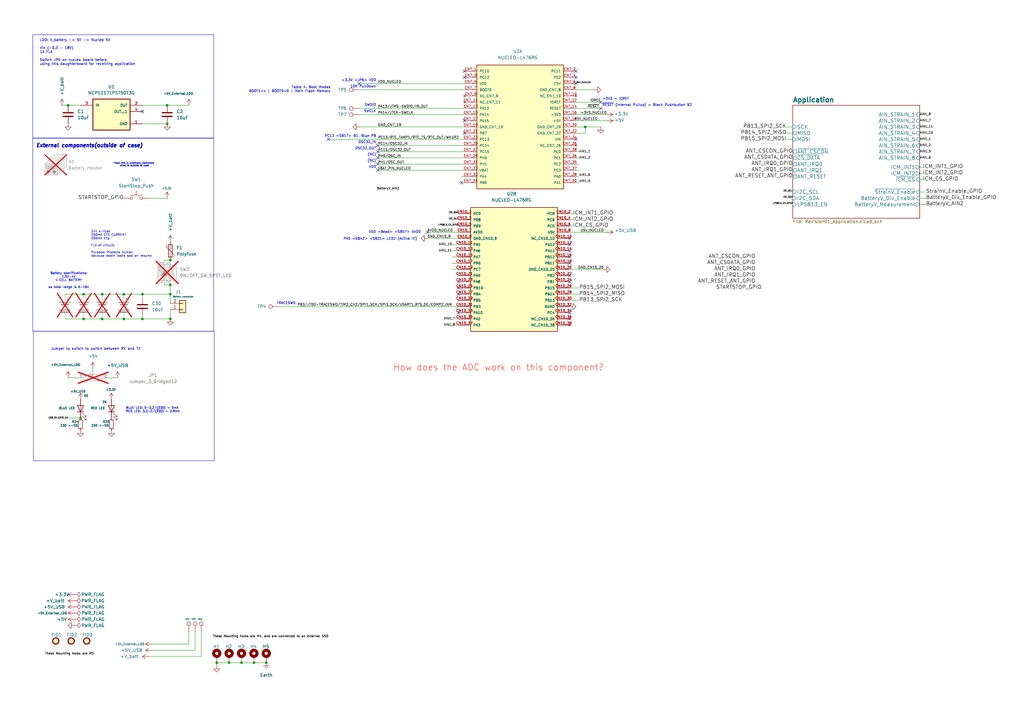
<source format=kicad_sch>
(kicad_sch (version 20250114) (generator "eeschema") (generator_version "9.0")
  (paper "A3")
  (title_block (title "TELEMETRY SYSTEM") (date "2025-03-08") (rev "A") (company "BCIT BAJA"))
  (lib_symbols
    (symbol "+5V_1" (power) (pin_numbers (hide yes)) (pin_names (offset 0) (hide yes))
      (property "Value" "+5V_USB" (at 0 5.08 0))
      (symbol "+5V_1_1_1"
        (pin power_in line (at 0 0 90) (length 0) (name "~") (number "1"))
      )
    )
    (symbol "+5V_3" (power) (pin_numbers (hide yes)) (pin_names (offset 0) (hide yes))
      (property "Value" "+5V_USB" (at 0.0001 3.81 90))
      (symbol "+5V_3_1_1"
        (pin power_in line (at 0 0 90) (length 0) (name "~") (number "1"))
      )
    )
    (symbol "+5V_4" (power) (pin_numbers (hide yes)) (pin_names (offset 0) (hide yes))
      (property "Value" "+5V_External_LDO" (at -4.318 4.826 0))
      (symbol "+5V_4_1_1"
        (pin power_in line (at 0 0 90) (length 0) (name "~") (number "1"))
      )
    )
    (symbol "+5V_5" (power) (pin_numbers (hide yes)) (pin_names (offset 0) (hide yes))
      (property "Value" "+5V_USB" (at 0 5.08 0))
      (symbol "+5V_5_1_1"
        (pin power_in line (at 0 0 90) (length 0) (name "~") (number "1"))
      )
    )
    (symbol "Connector:TestPoint" (pin_numbers (hide yes)) (pin_names (offset 0.762) (hide yes))
      (property "Reference" "TP" (at 0 6.858 0))
      (property "Value" "TestPoint" (at 0 5.08 0))
      (symbol "TestPoint_1_1"
        (pin passive line (at 0 0 90) (length 2.54) (name "1") (number "1"))
      )
    )
    (symbol "Connector_Generic:Conn_01x02" (pin_names (offset 1.016) (hide yes))
      (property "Reference" "J" (at 0 2.54 0))
      (property "Value" "Conn_01x02" (at 0 -5.08 0))
      (symbol "Conn_01x02_1_1"
        (pin passive line (at -5.08 0 0) (length 3.81) (name "Pin_1") (number "1"))
        (pin passive line (at -5.08 -2.54 0) (length 3.81) (name "Pin_2") (number "2"))
      )
    )
    (symbol "Device:Battery" (pin_numbers (hide yes)) (pin_names (offset 0) (hide yes))
      (property "Reference" "BT" (at 2.54 2.54 0))
      (property "Value" "Battery" (at 2.54 0 0))
      (symbol "Battery_1_1"
        (pin passive line (at 0 5.08 270) (length 2.54) (name "+") (number "1"))
        (pin passive line (at 0 -5.08 90) (length 2.54) (name "-") (number "2"))
      )
    )
    (symbol "Device:C" (pin_numbers (hide yes)) (pin_names (offset 0.254))
      (property "Reference" "C" (at 0.635 2.54 0))
      (property "Value" "C" (at 0.635 -2.54 0))
      (symbol "C_1_1"
        (pin passive line (at 0 3.81 270) (length 2.794) (name "~") (number "1"))
        (pin passive line (at 0 -3.81 90) (length 2.794) (name "~") (number "2"))
      )
    )
    (symbol "Device:LED" (pin_numbers (hide yes)) (pin_names (offset 1.016) (hide yes))
      (property "Reference" "D" (at 0 2.54 0))
      (property "Value" "LED" (at 0 -2.54 0))
      (symbol "LED_1_1"
        (pin passive line (at -3.81 0 0) (length 2.54) (name "K") (number "1"))
        (pin passive line (at 3.81 0 180) (length 2.54) (name "A") (number "2"))
      )
    )
    (symbol "Device:Polyfuse" (pin_numbers (hide yes)) (pin_names (offset 0))
      (property "Reference" "F" (at -2.54 0 90))
      (property "Value" "Polyfuse" (at 2.54 0 90))
      (symbol "Polyfuse_1_1"
        (pin passive line (at 0 3.81 270) (length 1.27) (name "~") (number "1"))
        (pin passive line (at 0 -3.81 90) (length 1.27) (name "~") (number "2"))
      )
    )
    (symbol "Device:R_Small" (pin_numbers (hide yes)) (pin_names (offset 0.254) (hide yes))
      (property "Reference" "R" (at 0.762 0.508 0))
      (property "Value" "R_Small" (at 0.762 -1.016 0))
      (symbol "R_Small_1_1"
        (pin passive line (at 0 2.54 270) (length 0.762) (name "~") (number "1"))
        (pin passive line (at 0 -2.54 90) (length 0.762) (name "~") (number "2"))
      )
    )
    (symbol "Jumper:Jumper_3_Bridged12" (pin_names (offset 0) (hide yes)) (exclude_from_sim yes) (in_bom no)
      (property "Reference" "JP2" (at 0 3.81 0))
      (property "Value" "Jumper_3_Bridged12" (at 0 6.35 0))
      (symbol "Jumper_3_Bridged12_1_1"
        (pin passive line (at -6.35 0 0) (length 2.54) (name "A") (number "1"))
        (pin passive line (at 0 2.54 270) (length 2.54) (name "C") (number "2"))
        (pin passive line (at 6.35 0 180) (length 2.54) (name "B") (number "3"))
      )
    )
    (symbol "Mechanical:Fiducial" (exclude_from_sim yes) (in_bom no)
      (property "Reference" "FID" (at 0 5.08 0))
      (property "Value" "Fiducial" (at 0 3.175 0))
    )
    (symbol "Mechanical:Housing" (pin_names (offset 1.016)) (exclude_from_sim yes)
      (property "Reference" "N" (at 3.81 0 0))
      (property "Value" "Housing" (at 3.81 -1.905 0))
    )
    (symbol "Mechanical:MountingHole_Pad_MP" (pin_numbers (hide yes)) (pin_names (offset 1.016) (hide yes)) (exclude_from_sim yes) (in_bom no)
      (property "Reference" "H" (at 0 6.35 0))
      (property "Value" "MountingHole_Pad_MP" (at 0 4.445 0))
      (symbol "MountingHole_Pad_MP_1_1"
        (pin input line (at 0 -2.54 90) (length 2.54) (name "MP") (number "MP"))
      )
    )
    (symbol "NCP1117LPST50T3G:NCP1117LPST50T3G" (pin_names (offset 1.016))
      (property "Reference" "U" (at -7.6288 5.8487 0))
      (property "Value" "NCP1117LPST50T3G" (at -7.6253 -10.1653 0))
      (symbol "NCP1117LPST50T3G_0_0"
        (pin input line (at -12.7 2.54 0) (length 5.08) (name "IN") (number "3"))
        (pin output line (at 12.7 0 180) (length 5.08) (name "OUT__1") (number "4"))
        (pin power_in line (at 12.7 -5.08 180) (length 5.08) (name "GND") (number "1"))
      )
      (symbol "NCP1117LPST50T3G_1_0"
        (pin input line (at 12.7 2.54 180) (length 5.08) (name "OUT") (number "2"))
      )
    )
    (symbol "NUCLEO-L476RG:NUCLEO-L476RG" (pin_names (offset 1.016))
      (property "Reference" "U3" (at -1.016 30.988 0))
      (property "Value" "NUCLEO-L476RG" (at -1.016 28.448 0))
      (symbol "NUCLEO-L476RG_1_0"
        (pin bidirectional line (at -22.86 22.86 0) (length 5.08) (name "PC10") (number "CN7_1"))
        (pin bidirectional line (at -22.86 20.32 0) (length 5.08) (name "PC12") (number "CN7_3"))
        (pin power_in line (at -22.86 17.78 0) (length 5.08) (name "VDD") (number "CN7_5"))
        (pin input line (at -22.86 15.24 0) (length 5.08) (name "BOOT0") (number "CN7_7"))
        (pin no_connect line (at -22.86 12.7 0) (length 5.08) (name "NC_CN7_9") (number "CN7_9"))
        (pin no_connect line (at -22.86 10.16 0) (length 5.08) (name "NC_CN7_11") (number "CN7_11"))
        (pin bidirectional line (at -22.86 7.62 0) (length 5.08) (name "PA13") (number "CN7_13"))
        (pin bidirectional line (at -22.86 5.08 0) (length 5.08) (name "PA14") (number "CN7_15"))
        (pin bidirectional line (at -22.86 2.54 0) (length 5.08) (name "PA15") (number "CN7_17"))
        (pin power_in line (at -22.86 0 0) (length 5.08) (name "GND_CN7_19") (number "CN7_19"))
        (pin bidirectional line (at -22.86 -2.54 0) (length 5.08) (name "PB7") (number "CN7_21"))
        (pin bidirectional line (at -22.86 -5.08 0) (length 5.08) (name "PC13") (number "CN7_23"))
        (pin bidirectional line (at -22.86 -7.62 0) (length 5.08) (name "PC14") (number "CN7_25"))
        (pin bidirectional line (at -22.86 -10.16 0) (length 5.08) (name "PC15") (number "CN7_27"))
        (pin bidirectional line (at -22.86 -12.7 0) (length 5.08) (name "PH0") (number "CN7_29"))
        (pin bidirectional line (at -22.86 -15.24 0) (length 5.08) (name "PH1") (number "CN7_31"))
        (pin power_in line (at -22.86 -17.78 0) (length 5.08) (name "VBAT") (number "CN7_33"))
        (pin bidirectional line (at -22.86 -20.32 0) (length 5.08) (name "PA4") (number "CN7_32"))
        (pin bidirectional line (at -22.86 -22.86 0) (length 5.08) (name "PB0") (number "CN7_34"))
        (pin bidirectional line (at 22.86 22.86 180) (length 5.08) (name "PC11") (number "CN7_2"))
        (pin bidirectional line (at 22.86 20.32 180) (length 5.08) (name "PD2") (number "CN7_4"))
        (pin power_in line (at 22.86 17.78 180) (length 5.08) (name "E5V") (number "CN7_6"))
        (pin power_in line (at 22.86 15.24 180) (length 5.08) (name "GND_CN7_8") (number "CN7_8"))
        (pin no_connect line (at 22.86 12.7 180) (length 5.08) (name "NC_CN7_10") (number "CN7_10"))
        (pin input line (at 22.86 10.16 180) (length 5.08) (name "IOREF") (number "CN7_12"))
        (pin input line (at 22.86 7.62 180) (length 5.08) (name "RESET") (number "CN7_14"))
        (pin power_in line (at 22.86 5.08 180) (length 5.08) (name "+3V3") (number "CN7_16"))
        (pin power_in line (at 22.86 2.54 180) (length 5.08) (name "+5V") (number "CN7_18"))
        (pin power_in line (at 22.86 0 180) (length 5.08) (name "GND_CN7_20") (number "CN7_20"))
        (pin power_in line (at 22.86 -2.54 180) (length 5.08) (name "GND_CN7_22") (number "CN7_22"))
        (pin power_in line (at 22.86 -5.08 180) (length 5.08) (name "VIN") (number "CN7_24"))
        (pin no_connect line (at 22.86 -7.62 180) (length 5.08) (name "NC_CN7_26") (number "CN7_26"))
        (pin bidirectional line (at 22.86 -10.16 180) (length 5.08) (name "PC0") (number "CN7_38"))
        (pin bidirectional line (at 22.86 -12.7 180) (length 5.08) (name "PC1") (number "CN7_36"))
        (pin bidirectional line (at 22.86 -15.24 180) (length 5.08) (name "PC2") (number "CN7_35"))
        (pin bidirectional line (at 22.86 -17.78 180) (length 5.08) (name "PC3") (number "CN7_37"))
        (pin bidirectional line (at 22.86 -20.32 180) (length 5.08) (name "PA0") (number "CN7_28"))
        (pin bidirectional line (at 22.86 -22.86 180) (length 5.08) (name "PA1") (number "CN7_30"))
      )
      (symbol "NUCLEO-L476RG_2_0"
        (pin bidirectional line (at -22.86 22.86 0) (length 5.08) (name "PC9") (number "CN10_1"))
        (pin bidirectional line (at -22.86 20.32 0) (length 5.08) (name "PB8") (number "CN10_3"))
        (pin bidirectional line (at -22.86 17.78 0) (length 5.08) (name "PB9") (number "CN10_5"))
        (pin power_in line (at -22.86 15.24 0) (length 5.08) (name "AVDD") (number "CN10_7"))
        (pin power_in line (at -22.86 12.7 0) (length 5.08) (name "GND_CN10_9") (number "CN10_9"))
        (pin bidirectional line (at -22.86 10.16 0) (length 5.08) (name "PA5") (number "CN10_11"))
        (pin bidirectional line (at -22.86 7.62 0) (length 5.08) (name "PA6") (number "CN10_13"))
        (pin bidirectional line (at -22.86 5.08 0) (length 5.08) (name "PA7") (number "CN10_15"))
        (pin bidirectional line (at -22.86 2.54 0) (length 5.08) (name "PB6") (number "CN10_17"))
        (pin bidirectional line (at -22.86 0 0) (length 5.08) (name "PC7") (number "CN10_19"))
        (pin bidirectional line (at -22.86 -2.54 0) (length 5.08) (name "PA9") (number "CN10_21"))
        (pin bidirectional line (at -22.86 -5.08 0) (length 5.08) (name "PA8") (number "CN10_23"))
        (pin bidirectional line (at -22.86 -7.62 0) (length 5.08) (name "PB10") (number "CN10_25"))
        (pin bidirectional line (at -22.86 -10.16 0) (length 5.08) (name "PB4") (number "CN10_27"))
        (pin bidirectional line (at -22.86 -12.7 0) (length 5.08) (name "PB5") (number "CN10_29"))
        (pin bidirectional line (at -22.86 -15.24 0) (length 5.08) (name "PB3") (number "CN10_31"))
        (pin bidirectional line (at -22.86 -17.78 0) (length 5.08) (name "PA10") (number "CN10_33"))
        (pin bidirectional line (at -22.86 -20.32 0) (length 5.08) (name "PA2") (number "CN10_35"))
        (pin bidirectional line (at -22.86 -22.86 0) (length 5.08) (name "PA3") (number "CN10_37"))
        (pin bidirectional line (at 22.86 22.86 180) (length 5.08) (name "PC8") (number "CN10_2"))
        (pin bidirectional line (at 22.86 20.32 180) (length 5.08) (name "PC6") (number "CN10_4"))
        (pin bidirectional line (at 22.86 17.78 180) (length 5.08) (name "PC5") (number "CN10_6"))
        (pin power_in line (at 22.86 15.24 180) (length 5.08) (name "U5V") (number "CN10_8"))
        (pin no_connect line (at 22.86 12.7 180) (length 5.08) (name "NC_CN10_10") (number "CN10_10"))
        (pin bidirectional line (at 22.86 10.16 180) (length 5.08) (name "PA12") (number "CN10_12"))
        (pin bidirectional line (at 22.86 7.62 180) (length 5.08) (name "PA11") (number "CN10_14"))
        (pin bidirectional line (at 22.86 5.08 180) (length 5.08) (name "PB12") (number "CN10_16"))
        (pin bidirectional line (at 22.86 2.54 180) (length 5.08) (name "PB11") (number "CN10_18"))
        (pin power_in line (at 22.86 0 180) (length 5.08) (name "GND_CN10_20") (number "CN10_20"))
        (pin bidirectional line (at 22.86 -2.54 180) (length 5.08) (name "PB2") (number "CN10_22"))
        (pin bidirectional line (at 22.86 -5.08 180) (length 5.08) (name "PB1") (number "CN10_24"))
        (pin bidirectional line (at 22.86 -7.62 180) (length 5.08) (name "PB15") (number "CN10_26"))
        (pin bidirectional line (at 22.86 -10.16 180) (length 5.08) (name "PB14") (number "CN10_28"))
        (pin bidirectional line (at 22.86 -12.7 180) (length 5.08) (name "PB13") (number "CN10_30"))
        (pin power_in line (at 22.86 -15.24 180) (length 5.08) (name "AGND") (number "CN10_32"))
        (pin bidirectional line (at 22.86 -17.78 180) (length 5.08) (name "PC4") (number "CN10_34"))
        (pin no_connect line (at 22.86 -20.32 180) (length 5.08) (name "NC_CN10_36") (number "CN10_36"))
        (pin no_connect line (at 22.86 -22.86 180) (length 5.08) (name "NC_CN10_38") (number "CN10_38"))
      )
    )
    (symbol "NUCLEO-L476RG_1" (pin_names (offset 1.016))
      (property "Reference" "U3" (at -1.016 30.988 0))
      (property "Value" "NUCLEO-L476RG" (at -1.016 28.448 0))
      (symbol "NUCLEO-L476RG_1_1_0"
        (pin bidirectional line (at -22.86 22.86 0) (length 5.08) (name "PC10") (number "CN7_1"))
        (pin bidirectional line (at -22.86 20.32 0) (length 5.08) (name "PC12") (number "CN7_3"))
        (pin power_in line (at -22.86 17.78 0) (length 5.08) (name "VDD") (number "CN7_5"))
        (pin input line (at -22.86 15.24 0) (length 5.08) (name "BOOT0") (number "CN7_7"))
        (pin no_connect line (at -22.86 12.7 0) (length 5.08) (name "NC_CN7_9") (number "CN7_9"))
        (pin no_connect line (at -22.86 10.16 0) (length 5.08) (name "NC_CN7_11") (number "CN7_11"))
        (pin bidirectional line (at -22.86 7.62 0) (length 5.08) (name "PA13") (number "CN7_13"))
        (pin bidirectional line (at -22.86 5.08 0) (length 5.08) (name "PA14") (number "CN7_15"))
        (pin bidirectional line (at -22.86 2.54 0) (length 5.08) (name "PA15") (number "CN7_17"))
        (pin power_in line (at -22.86 0 0) (length 5.08) (name "GND_CN7_19") (number "CN7_19"))
        (pin bidirectional line (at -22.86 -2.54 0) (length 5.08) (name "PB7") (number "CN7_21"))
        (pin bidirectional line (at -22.86 -5.08 0) (length 5.08) (name "PC13") (number "CN7_23"))
        (pin bidirectional line (at -22.86 -7.62 0) (length 5.08) (name "PC14") (number "CN7_25"))
        (pin bidirectional line (at -22.86 -10.16 0) (length 5.08) (name "PC15") (number "CN7_27"))
        (pin bidirectional line (at -22.86 -12.7 0) (length 5.08) (name "PH0") (number "CN7_29"))
        (pin bidirectional line (at -22.86 -15.24 0) (length 5.08) (name "PH1") (number "CN7_31"))
        (pin power_in line (at -22.86 -17.78 0) (length 5.08) (name "VBAT") (number "CN7_33"))
        (pin bidirectional line (at -22.86 -20.32 0) (length 5.08) (name "PA4") (number "CN7_32"))
        (pin bidirectional line (at -22.86 -22.86 0) (length 5.08) (name "PB0") (number "CN7_34"))
        (pin bidirectional line (at 22.86 22.86 180) (length 5.08) (name "PC11") (number "CN7_2"))
        (pin bidirectional line (at 22.86 20.32 180) (length 5.08) (name "PD2") (number "CN7_4"))
        (pin power_in line (at 22.86 17.78 180) (length 5.08) (name "E5V") (number "CN7_6"))
        (pin power_in line (at 22.86 15.24 180) (length 5.08) (name "GND_CN7_8") (number "CN7_8"))
        (pin no_connect line (at 22.86 12.7 180) (length 5.08) (name "NC_CN7_10") (number "CN7_10"))
        (pin input line (at 22.86 10.16 180) (length 5.08) (name "IOREF") (number "CN7_12"))
        (pin input line (at 22.86 7.62 180) (length 5.08) (name "RESET") (number "CN7_14"))
        (pin power_in line (at 22.86 5.08 180) (length 5.08) (name "+3V3") (number "CN7_16"))
        (pin power_in line (at 22.86 2.54 180) (length 5.08) (name "+5V") (number "CN7_18"))
        (pin power_in line (at 22.86 0 180) (length 5.08) (name "GND_CN7_20") (number "CN7_20"))
        (pin power_in line (at 22.86 -2.54 180) (length 5.08) (name "GND_CN7_22") (number "CN7_22"))
        (pin power_in line (at 22.86 -5.08 180) (length 5.08) (name "VIN") (number "CN7_24"))
        (pin no_connect line (at 22.86 -7.62 180) (length 5.08) (name "NC_CN7_26") (number "CN7_26"))
        (pin bidirectional line (at 22.86 -10.16 180) (length 5.08) (name "PC0") (number "CN7_38"))
        (pin bidirectional line (at 22.86 -12.7 180) (length 5.08) (name "PC1") (number "CN7_36"))
        (pin bidirectional line (at 22.86 -15.24 180) (length 5.08) (name "PC2") (number "CN7_35"))
        (pin bidirectional line (at 22.86 -17.78 180) (length 5.08) (name "PC3") (number "CN7_37"))
        (pin bidirectional line (at 22.86 -20.32 180) (length 5.08) (name "PA0") (number "CN7_28"))
        (pin bidirectional line (at 22.86 -22.86 180) (length 5.08) (name "PA1") (number "CN7_30"))
      )
      (symbol "NUCLEO-L476RG_1_2_0"
        (pin bidirectional line (at -22.86 22.86 0) (length 5.08) (name "PC9") (number "CN10_1"))
        (pin bidirectional line (at -22.86 20.32 0) (length 5.08) (name "PB8") (number "CN10_3"))
        (pin bidirectional line (at -22.86 17.78 0) (length 5.08) (name "PB9") (number "CN10_5"))
        (pin power_in line (at -22.86 15.24 0) (length 5.08) (name "AVDD") (number "CN10_7"))
        (pin power_in line (at -22.86 12.7 0) (length 5.08) (name "GND_CN10_9") (number "CN10_9"))
        (pin bidirectional line (at -22.86 10.16 0) (length 5.08) (name "PA5") (number "CN10_11"))
        (pin bidirectional line (at -22.86 7.62 0) (length 5.08) (name "PA6") (number "CN10_13"))
        (pin bidirectional line (at -22.86 5.08 0) (length 5.08) (name "PA7") (number "CN10_15"))
        (pin bidirectional line (at -22.86 2.54 0) (length 5.08) (name "PB6") (number "CN10_17"))
        (pin bidirectional line (at -22.86 0 0) (length 5.08) (name "PC7") (number "CN10_19"))
        (pin bidirectional line (at -22.86 -2.54 0) (length 5.08) (name "PA9") (number "CN10_21"))
        (pin bidirectional line (at -22.86 -5.08 0) (length 5.08) (name "PA8") (number "CN10_23"))
        (pin bidirectional line (at -22.86 -7.62 0) (length 5.08) (name "PB10") (number "CN10_25"))
        (pin bidirectional line (at -22.86 -10.16 0) (length 5.08) (name "PB4") (number "CN10_27"))
        (pin bidirectional line (at -22.86 -12.7 0) (length 5.08) (name "PB5") (number "CN10_29"))
        (pin bidirectional line (at -22.86 -15.24 0) (length 5.08) (name "PB3") (number "CN10_31"))
        (pin bidirectional line (at -22.86 -17.78 0) (length 5.08) (name "PA10") (number "CN10_33"))
        (pin bidirectional line (at -22.86 -20.32 0) (length 5.08) (name "PA2") (number "CN10_35"))
        (pin bidirectional line (at -22.86 -22.86 0) (length 5.08) (name "PA3") (number "CN10_37"))
        (pin bidirectional line (at 22.86 22.86 180) (length 5.08) (name "PC8") (number "CN10_2"))
        (pin bidirectional line (at 22.86 20.32 180) (length 5.08) (name "PC6") (number "CN10_4"))
        (pin bidirectional line (at 22.86 17.78 180) (length 5.08) (name "PC5") (number "CN10_6"))
        (pin power_in line (at 22.86 15.24 180) (length 5.08) (name "U5V") (number "CN10_8"))
        (pin no_connect line (at 22.86 12.7 180) (length 5.08) (name "NC_CN10_10") (number "CN10_10"))
        (pin bidirectional line (at 22.86 10.16 180) (length 5.08) (name "PA12") (number "CN10_12"))
        (pin bidirectional line (at 22.86 7.62 180) (length 5.08) (name "PA11") (number "CN10_14"))
        (pin bidirectional line (at 22.86 5.08 180) (length 5.08) (name "PB12") (number "CN10_16"))
        (pin bidirectional line (at 22.86 2.54 180) (length 5.08) (name "PB11") (number "CN10_18"))
        (pin power_in line (at 22.86 0 180) (length 5.08) (name "GND_CN10_20") (number "CN10_20"))
        (pin bidirectional line (at 22.86 -2.54 180) (length 5.08) (name "PB2") (number "CN10_22"))
        (pin bidirectional line (at 22.86 -5.08 180) (length 5.08) (name "PB1") (number "CN10_24"))
        (pin bidirectional line (at 22.86 -7.62 180) (length 5.08) (name "PB15") (number "CN10_26"))
        (pin bidirectional line (at 22.86 -10.16 180) (length 5.08) (name "PB14") (number "CN10_28"))
        (pin bidirectional line (at 22.86 -12.7 180) (length 5.08) (name "PB13") (number "CN10_30"))
        (pin power_in line (at 22.86 -15.24 180) (length 5.08) (name "AGND") (number "CN10_32"))
        (pin bidirectional line (at 22.86 -17.78 180) (length 5.08) (name "PC4") (number "CN10_34"))
        (pin no_connect line (at 22.86 -20.32 180) (length 5.08) (name "NC_CN10_36") (number "CN10_36"))
        (pin no_connect line (at 22.86 -22.86 180) (length 5.08) (name "NC_CN10_38") (number "CN10_38"))
      )
    )
    (symbol "Switch:SW_Push" (pin_numbers (hide yes)) (pin_names (offset 1.016) (hide yes))
      (property "Reference" "SW" (at 1.27 2.54 0))
      (property "Value" "SW_Push" (at 0 -1.524 0))
      (symbol "SW_Push_0_1"
        (pin passive line (at -5.08 0 0) (length 2.54) (name "1") (number "1"))
        (pin passive line (at 5.08 0 180) (length 2.54) (name "2") (number "2"))
      )
    )
    (symbol "Switch:SW_SPST_LED" (pin_names (offset 1.016) (hide yes))
      (property "Reference" "SW" (at 0 6.35 0))
      (property "Value" "SW_SPST_LED" (at 0 -3.81 0))
      (symbol "SW_SPST_LED_0_1"
        (pin passive line (at -5.08 2.54 0) (length 2.54) (name "1") (number "1"))
        (pin passive line (at -5.08 0 0) (length 2.54) (name "K") (number "3"))
        (pin passive line (at 5.08 2.54 180) (length 2.54) (name "2") (number "2"))
        (pin passive line (at 5.08 0 180) (length 2.54) (name "A") (number "4"))
      )
    )
    (symbol "power:+3.3V" (power) (pin_numbers (hide yes)) (pin_names (offset 0) (hide yes))
      (property "Value" "+3.3V" (at 0 3.556 0))
      (symbol "+3.3V_1_1"
        (pin power_in line (at 0 0 90) (length 0) (name "~") (number "1"))
      )
    )
    (symbol "power:+5V" (power) (pin_numbers (hide yes)) (pin_names (offset 0) (hide yes))
      (property "Value" "+5V" (at 0 3.556 0))
      (symbol "+5V_1_1"
        (pin power_in line (at 0 0 90) (length 0) (name "~") (number "1"))
      )
    )
    (symbol "power:+BATT" (power) (pin_numbers (hide yes)) (pin_names (offset 0) (hide yes))
      (property "Value" "+BATT" (at 0 3.556 0))
      (symbol "+BATT_1_1"
        (pin power_in line (at 0 0 90) (length 0) (name "~") (number "1"))
      )
    )
    (symbol "power:Earth" (power) (pin_numbers (hide yes)) (pin_names (offset 0) (hide yes))
      (property "Value" "Earth" (at 0 -3.81 0))
      (symbol "Earth_1_1"
        (pin power_in line (at 0 0 270) (length 0) (name "~") (number "1"))
      )
    )
    (symbol "power:GND" (power) (pin_numbers (hide yes)) (pin_names (offset 0) (hide yes))
      (property "Value" "GND" (at 0 -3.81 0))
      (symbol "GND_1_1"
        (pin power_in line (at 0 0 270) (length 0) (name "~") (number "1"))
      )
    )
    (symbol "power:PWR_FLAG" (power) (pin_numbers (hide yes)) (pin_names (offset 0) (hide yes))
      (property "Value" "PWR_FLAG" (at 0 3.81 0))
      (symbol "PWR_FLAG_0_0"
        (pin power_out line (at 0 0 90) (length 0) (name "~") (number "1"))
      )
    )
  )
  (rectangle (start 13.716 135.89) (end 87.884 188.976))
  (rectangle (start 13.462 56.642) (end 87.63 135.89))
  (rectangle (start 13.462 14.224) (end 87.63 56.642))
  (text "BLUE LED: 5-3.2/(330) = 5mA\nRED LED: 3.3-2/(330) = 3.9mA" (at 51.562 168.148 0) (effects (font (size 0.889 0.889)) (justify left)))
  (text "(NC)\n" (at 154.305 63.5 0) (effects (font (size 1 1)) (justify right)))
  (text "" (at 195.58 138.43 0) (effects (font (size 1 1)) (justify left)))
  (text "SWDIO\n" (at 154.305 43.18 0) (effects (font (size 1 1)) (justify right)))
  (text "Table 4. Boot modes\nBOOT1=x | BOOT0=0 | Main Flash Memory" (at 135.636 38.1 0) (effects (font (size 1 1)) (justify right bottom)))
  (text "External components(outside of case)" (at 14.732 60.706 0) (effects (font (size 1.5 1.5) (thickness 0.4978) (bold yes) (italic yes)) (justify left bottom)))
  (text "SWCLK" (at 154.305 45.72 0) (effects (font (size 1 1)) (justify right)))
  (text "10K PullDown" (at 154.305 35.56 0) (effects (font (size 1 1)) (justify right)))
  (text "LDO: V_battery -> 5V -> Nucleo 5V\n\nVin (-0.3 - 18V)\n1A FLA\n\nSwitch JP5 on nucleo board before\nusing this daughterboard for receiving application\n\n\n" (at 16.256 23.114 0) (effects (font (size 1.016 1.016)) (justify left)))
  (text "PC13 <SB17> B1, Blue PB" (at 154.305 55.88 0) (effects (font (size 1 1)) (justify right)))
  (text "OSC32_OUT\n" (at 154.305 60.96 0) (effects (font (size 1 1)) (justify right)))
  (text "VDD" (at 154.305 68.58 0) (effects (font (size 1 1)) (justify right)))
  (text "+3.3V <JP6> VDD" (at 154.305 33.02 0) (effects (font (size 1 1)) (justify right)))
  (text "How does the ADC work on this component?" (at 204.47 150.876 0) (effects (font (size 2.54 2.54))))
  (text "\n\nAdded SC protection against AMPLIFIER input circuitry" (at -99.822 76.454 0) (effects (font (size 1.4986 1.4986)) (justify left)))
  (text "(NC)" (at 154.305 66.04 0) (effects (font (size 1 1)) (justify right)))
  (text "Jumper to switch to switch between RX and TX\n\n" (at 20.828 144.018 0) (effects (font (size 1.016 1.016)) (justify left)))
  (text "PA5 <SB42> <SB21> LED2 (Active Hi)" (at 171.196 98.044 0) (effects (font (size 1 1)) (justify right)))
  (text "These Mounting holes are M4, and are connected to an external GND" (at 110.998 261.112 0) (effects (font (size 0.889 0.889))))
  (text "These Mounting holes are M3" (at 28.448 268.224 0) (effects (font (size 0.889 0.889))))
  (text "VDD <Bead> <SB57> AVDD" (at 172.72 95.25 0) (effects (font (size 1 1)) (justify right)))
  (text "~{RESET} (Internal Pullup) = Black Pushbutton B2" (at 247.015 43.18 0) (effects (font (size 1 1)) (justify left)))
  (text "Battery specifications:\n1.5V-4V\n4 CELL BATTERY\n\nso total range is 6-16V" (at 28.194 115.062 0) (effects (font (size 0.889 0.889))))
  (text "24V e-fuse\n250mA CTS CURRENT\n550mA trip\n\nFLA of circuit:\n\nPurpose: Protects human, \nbecause death looks bad on resume\n" (at 37.338 100.076 0) (effects (font (size 0.889 0.889) (thickness 0.127) (bold yes)) (justify left)))
  (text "OSC32_IN\n" (at 154.305 58.42 0) (effects (font (size 1 1)) (justify right)))
  (text "+3V3 = IOREF" (at 247.015 40.64 0) (effects (font (size 1 1)) (justify left)))
  (text "*Note this is externally connected \nwired to outside of case" (at 55.118 67.564 0) (effects (font (size 0.635 0.635))))
  (text "TRACESWO" (at 121.285 124.46 0) (effects (font (size 1 1)) (justify right)))
  (junction (at 93.98 271.78))
  (junction (at 240.03 52.07))
  (junction (at 27.94 43.18))
  (junction (at 58.42 120.65))
  (junction (at 50.8 120.65))
  (junction (at 41.91 130.81))
  (junction (at 34.29 120.65))
  (junction (at 68.58 50.8))
  (junction (at 68.58 43.18))
  (junction (at 109.22 271.78))
  (junction (at 41.91 120.65))
  (junction (at 69.85 116.84))
  (junction (at 69.85 106.68))
  (junction (at 69.85 120.65))
  (junction (at 104.14 271.78))
  (junction (at 69.85 130.81))
  (junction (at 33.02 171.45))
  (junction (at 50.8 130.81))
  (junction (at 58.42 130.81))
  (junction (at 88.9 271.78))
  (junction (at 99.06 271.78))
  (junction (at 34.29 130.81))
  (no_connect (at 154.94 67.31))
  (no_connect (at 233.68 113.03))
  (no_connect (at 187.96 118.11))
  (no_connect (at 58.42 45.72))
  (no_connect (at 154.94 69.85))
  (no_connect (at 233.68 107.95))
  (no_connect (at 190.5 49.53))
  (no_connect (at 154.94 64.77))
  (no_connect (at 236.22 57.15))
  (no_connect (at 246.38 44.45))
  (no_connect (at 236.22 29.21))
  (no_connect (at 187.96 120.65))
  (no_connect (at 233.68 115.57))
  (no_connect (at 190.5 29.21))
  (no_connect (at 246.38 41.91))
  (no_connect (at 154.94 59.69))
  (no_connect (at 233.68 128.27))
  (no_connect (at 190.5 54.61))
  (no_connect (at 233.68 100.33))
  (no_connect (at 233.68 105.41))
  (no_connect (at 175.26 95.25))
  (no_connect (at 236.22 34.29))
  (no_connect (at 154.94 62.23))
  (no_connect (at 134.62 57.15))
  (no_connect (at 189.23 74.93))
  (no_connect (at 147.32 34.29))
  (no_connect (at 187.96 115.57))
  (no_connect (at 187.96 128.27))
  (no_connect (at 236.22 31.75))
  (no_connect (at 190.5 31.75))
  (no_connect (at 233.68 102.87))
  (wire (pts (xy 147.32 34.29) (xy 190.5 34.29)))
  (wire (pts (xy 31.75 154.94) (xy 27.94 154.94)))
  (wire (pts (xy 322.58 54.61) (xy 325.12 54.61)))
  (wire (pts (xy 185.42 107.95) (xy 187.96 107.95)))
  (wire (pts (xy 134.62 57.15) (xy 190.5 57.15)))
  (wire (pts (xy 236.22 72.39) (xy 237.49 72.39)))
  (wire (pts (xy 237.49 64.77) (xy 236.22 64.77)))
  (wire (pts (xy 41.91 120.65) (xy 50.8 120.65)))
  (wire (pts (xy 80.01 259.08) (xy 80.01 266.7)))
  (wire (pts (xy 62.23 264.16) (xy 77.47 264.16)))
  (wire (pts (xy 58.42 130.81) (xy 69.85 130.81)))
  (wire (pts (xy 154.94 67.31) (xy 190.5 67.31)))
  (wire (pts (xy 185.42 100.33) (xy 187.96 100.33)))
  (wire (pts (xy 186.69 130.81) (xy 187.96 130.81)))
  (wire (pts (xy 185.42 110.49) (xy 187.96 110.49)))
  (wire (pts (xy 236.22 46.99) (xy 248.92 46.99)))
  (wire (pts (xy 237.49 123.19) (xy 233.68 123.19)))
  (wire (pts (xy 322.58 57.15) (xy 325.12 57.15)))
  (wire (pts (xy 26.67 120.65) (xy 34.29 120.65)))
  (wire (pts (xy 189.23 72.39) (xy 190.5 72.39)))
  (wire (pts (xy 322.58 52.07) (xy 325.12 52.07)))
  (wire (pts (xy 25.4 43.18) (xy 27.94 43.18)))
  (wire (pts (xy 67.31 106.68) (xy 69.85 106.68)))
  (wire (pts (xy 34.29 130.81) (xy 41.91 130.81)))
  (wire (pts (xy 34.29 120.65) (xy 41.91 120.65)))
  (wire (pts (xy 236.22 41.91) (xy 246.38 41.91)))
  (wire (pts (xy 154.94 64.77) (xy 190.5 64.77)))
  (wire (pts (xy 93.98 271.78) (xy 99.06 271.78)))
  (wire (pts (xy 82.55 269.24) (xy 82.55 259.08)))
  (wire (pts (xy 240.03 52.07) (xy 246.38 52.07)))
  (wire (pts (xy 233.68 95.25) (xy 248.92 95.25)))
  (wire (pts (xy 236.22 36.83) (xy 243.84 36.83)))
  (wire (pts (xy 58.42 129.54) (xy 58.42 130.81)))
  (wire (pts (xy 38.1 152.4) (xy 38.1 151.13)))
  (wire (pts (xy 88.9 271.78) (xy 93.98 271.78)))
  (wire (pts (xy 236.22 74.93) (xy 237.49 74.93)))
  (wire (pts (xy 379.73 81.28) (xy 377.19 81.28)))
  (wire (pts (xy 147.32 52.07) (xy 190.5 52.07)))
  (wire (pts (xy 185.42 102.87) (xy 187.96 102.87)))
  (wire (pts (xy 185.42 105.41) (xy 187.96 105.41)))
  (wire (pts (xy 147.32 36.83) (xy 190.5 36.83)))
  (wire (pts (xy 58.42 50.8) (xy 68.58 50.8)))
  (wire (pts (xy 147.32 44.45) (xy 190.5 44.45)))
  (wire (pts (xy 88.9 271.78) (xy 88.9 273.05)))
  (wire (pts (xy 240.03 54.61) (xy 240.03 52.07)))
  (wire (pts (xy 26.67 130.81) (xy 34.29 130.81)))
  (wire (pts (xy 154.94 59.69) (xy 190.5 59.69)))
  (wire (pts (xy 378.46 73.66) (xy 377.19 73.66)))
  (wire (pts (xy 62.23 266.7) (xy 80.01 266.7)))
  (wire (pts (xy 175.26 95.25) (xy 187.96 95.25)))
  (wire (pts (xy 114.3 125.73) (xy 187.96 125.73)))
  (wire (pts (xy 27.94 171.45) (xy 33.02 171.45)))
  (wire (pts (xy 236.22 69.85) (xy 237.49 69.85)))
  (wire (pts (xy 69.85 124.46) (xy 69.85 120.65)))
  (wire (pts (xy 236.22 44.45) (xy 246.38 44.45)))
  (wire (pts (xy 233.68 90.17) (xy 234.95 90.17)))
  (wire (pts (xy 377.19 68.58) (xy 378.46 68.58)))
  (wire (pts (xy 237.49 120.65) (xy 233.68 120.65)))
  (wire (pts (xy 189.23 74.93) (xy 190.5 74.93)))
  (wire (pts (xy 58.42 43.18) (xy 68.58 43.18)))
  (wire (pts (xy 233.68 110.49) (xy 247.65 110.49)))
  (wire (pts (xy 377.19 83.82) (xy 379.73 83.82)))
  (wire (pts (xy 41.91 130.81) (xy 50.8 130.81)))
  (wire (pts (xy 68.58 81.28) (xy 60.96 81.28)))
  (wire (pts (xy 236.22 54.61) (xy 240.03 54.61)))
  (wire (pts (xy 27.94 43.18) (xy 33.02 43.18)))
  (wire (pts (xy 379.73 78.74) (xy 377.19 78.74)))
  (wire (pts (xy 147.32 46.99) (xy 190.5 46.99)))
  (wire (pts (xy 58.42 120.65) (xy 69.85 120.65)))
  (wire (pts (xy 77.47 259.08) (xy 77.47 264.16)))
  (wire (pts (xy 237.49 118.11) (xy 233.68 118.11)))
  (wire (pts (xy 104.14 271.78) (xy 109.22 271.78)))
  (wire (pts (xy 58.42 121.92) (xy 58.42 120.65)))
  (wire (pts (xy 69.85 127) (xy 69.85 130.81)))
  (wire (pts (xy 186.69 133.35) (xy 187.96 133.35)))
  (wire (pts (xy 60.96 269.24) (xy 82.55 269.24)))
  (wire (pts (xy 236.22 52.07) (xy 240.03 52.07)))
  (wire (pts (xy 237.49 62.23) (xy 236.22 62.23)))
  (wire (pts (xy 234.95 92.71) (xy 233.68 92.71)))
  (wire (pts (xy 175.26 97.79) (xy 187.96 97.79)))
  (wire (pts (xy 154.94 62.23) (xy 190.5 62.23)))
  (wire (pts (xy 233.68 87.63) (xy 234.95 87.63)))
  (wire (pts (xy 68.58 43.18) (xy 77.47 43.18)))
  (wire (pts (xy 50.8 130.81) (xy 58.42 130.81)))
  (wire (pts (xy 99.06 271.78) (xy 104.14 271.78)))
  (wire (pts (xy 236.22 49.53) (xy 248.92 49.53)))
  (wire (pts (xy 69.85 116.84) (xy 69.85 120.65)))
  (wire (pts (xy 67.31 116.84) (xy 69.85 116.84)))
  (wire (pts (xy 50.8 120.65) (xy 58.42 120.65)))
  (wire (pts (xy 154.94 69.85) (xy 190.5 69.85)))
  (wire (pts (xy 236.22 67.31) (xy 237.49 67.31)))
  (wire (pts (xy 377.19 71.12) (xy 378.46 71.12)))
  (wire (pts (xy 48.26 154.94) (xy 44.45 154.94)))
  (label "ICM_INT2_GPIO" (at 234.95 90.17 0) (effects (font (size 1.4986 1.4986))))
  (label "ANT_CSDATA_GPIO" (at 325.12 64.77 180) (effects (font (size 1.4986 1.4986))))
  (label "ANT_IRQ1_GPIO" (at 325.12 69.85 180) (effects (font (size 1.4986 1.4986))))
  (label "+3V3_NUCLEO" (at 248.92 46.99 180) (effects (font (size 1 1))))
  (label "ICM_INT1_GPIO" (at 234.95 87.63 0) (effects (font (size 1.4986 1.4986))))
  (label "PC14/OSC32_IN" (at 154.94 59.69 0) (effects (font (size 1 1))))
  (label "AVDD_NUCLEO" (at 175.26 95.25 0) (effects (font (size 1 1))))
  (label "AIN1_11" (at 185.42 102.87 180) (effects (font (size 0.889 0.889))))
  (label "ANT_RESET_ANT_GPIO" (at 325.12 72.39 180) (effects (font (size 1.4986 1.4986))))
  (label "GND_CN7_19" (at 154.94 52.07 0) (effects (font (size 1 1))))
  (label "PA13{slash}JTMS-SWDIO{slash}IR_OUT" (at 154.94 44.45 0) (effects (font (size 1 1))))
  (label "BatteryV_AIN2" (at 163.83 77.47 180) (effects (font (size 0.889 0.889))))
  (label "AIN1_1" (at 237.49 62.23 0) (effects (font (size 0.889 0.889))))
  (label "GND_CN10_9" (at 175.26 97.79 0) (effects (font (size 1 1))))
  (label "ICM_CS_GPIO" (at 378.46 73.66 0) (effects (font (size 1.4986 1.4986))))
  (label "StrainV_Enable_GPIO" (at 379.73 78.74 0) (effects (font (size 1.4986 1.4986))))
  (label "AIN1_2" (at 377.19 59.69 0) (effects (font (size 0.889 0.889))))
  (label "ANT_IRQ0_GPIO" (at 325.12 67.31 180) (effects (font (size 1.4986 1.4986))))
  (label "ANT_IRQ0_GPIO" (at 309.88 110.49 180) (effects (font (size 1.4986 1.4986))))
  (label "~{RESET}" (at 245.745 44.45 180) (effects (font (size 1 1))))
  (label "AIN1_10" (at 377.19 54.61 0) (effects (font (size 0.889 0.889))))
  (label "LP5813_EN_GPIO" (at 187.96 92.71 180) (effects (font (size 0.635 0.635))))
  (label "AIN1_8" (at 377.19 46.99 0) (effects (font (size 0.889 0.889))))
  (label "BatteryV_AIN2" (at 379.73 83.82 0) (effects (font (size 1.4986 1.4986))))
  (label "ICM_INT2_GPIO" (at 378.46 71.12 0) (effects (font (size 1.4986 1.4986))))
  (label "ICM_INT1_GPIO" (at 378.46 68.58 0) (effects (font (size 1.4986 1.4986))))
  (label "PB3/JTDO-TRACESWO/TIM2_CH2/SPI1_SCK/SPI3_SCK/USART1_RTS_DE/COMP2_INM" (at 121.92 125.73 0) (effects (font (size 1 1))))
  (label "AIN1_10" (at 185.42 100.33 180) (effects (font (size 0.889 0.889))))
  (label "ANT_CSCON_GPIO" (at 309.88 105.41 180) (effects (font (size 1.4986 1.4986))))
  (label "PC13/RTC_TAMP1/RTC_TS/RTC_OUT/WKUP2" (at 154.94 57.15 0) (effects (font (size 1 1))))
  (label "PB14_SPI2_MISO" (at 237.49 120.65 0) (effects (font (size 1.4986 1.4986))))
  (label "VBAT_PIN_NUCLEO" (at 154.94 69.85 0) (effects (font (size 1 1))))
  (label "PB13_SPI2_SCK" (at 237.49 123.19 0) (effects (font (size 1.4986 1.4986))))
  (label "GND_CN10_20" (at 247.65 110.49 180) (effects (font (size 1 1))))
  (label "AIN1_7" (at 377.19 49.53 0) (effects (font (size 0.889 0.889))))
  (label "PB13_SPI2_SCK" (at 322.58 52.07 180) (effects (font (size 1.4986 1.4986))))
  (label "ANT_CSDATA_GPIO" (at 309.88 107.95 180) (effects (font (size 1.4986 1.4986))))
  (label "I2C_SDA" (at 187.96 87.63 180) (effects (font (size 0.635 0.635))))
  (label "AIN1_6" (at 237.49 72.39 0) (effects (font (size 0.889 0.889))))
  (label "AIN1_11" (at 377.19 52.07 0) (effects (font (size 0.889 0.889))))
  (label "PC15/OSC32_OUT" (at 154.94 62.23 0) (effects (font (size 1 1))))
  (label "I2C_SCL" (at 325.12 78.74 180) (effects (font (size 0.635 0.635))))
  (label "VDD_NUCLEO" (at 154.94 34.29 0) (effects (font (size 1 1))))
  (label "ICM_CS_GPIO" (at 234.95 92.71 0) (effects (font (size 1.4986 1.4986))))
  (label "PA14{slash}JTCK-SWCLK" (at 154.94 46.99 0) (effects (font (size 1 1))))
  (label "BatteryV_Div_Enable_GPIO" (at 379.73 81.28 0) (effects (font (size 1.4986 1.4986))))
  (label "AIN1_1" (at 377.19 57.15 0) (effects (font (size 0.889 0.889))))
  (label "AIN1_5" (at 377.19 62.23 0) (effects (font (size 0.889 0.889))))
  (label "LP5813_EN_GPIO" (at 325.12 83.82 180) (effects (font (size 0.635 0.635))))
  (label "ANT_IRQ1_GPIO" (at 309.88 113.03 180) (effects (font (size 1.4986 1.4986))))
  (label "U5V_NUCLEO" (at 247.65 95.25 180) (effects (font (size 1 1))))
  (label "ANT_RESET_ANT_GPIO" (at 309.88 115.57 180) (effects (font (size 1.4986 1.4986))))
  (label "AIN1_6" (at 377.19 64.77 0) (effects (font (size 0.889 0.889))))
  (label "USB_5V_GPIO_EN" (at 27.94 171.45 180) (effects (font (size 0.635 0.635))))
  (label "STARTSTOP_GPIO" (at 312.42 118.11 180) (effects (font (size 1.4986 1.4986))))
  (label "+5V_NUCLEO" (at 245.11 49.53 180) (effects (font (size 1 1))))
  (label "AIN1_7" (at 186.69 130.81 180) (effects (font (size 0.889 0.889))))
  (label "IOREF" (at 246.38 41.91 180) (effects (font (size 1 1))))
  (label "E5V_NUCLEO" (at 236.22 34.29 0) (effects (font (size 0.635 0.635))))
  (label "PH0/OSC_IN" (at 154.94 64.77 0) (effects (font (size 1 1))))
  (label "I2C_SDA" (at 325.12 81.28 180) (effects (font (size 0.635 0.635))))
  (label "AIN1_2" (at 237.49 64.77 0) (effects (font (size 0.889 0.889))))
  (label "PB15_SPI2_MOSI" (at 322.58 57.15 180) (effects (font (size 1.4986 1.4986))))
  (label "AIN1_5" (at 237.49 74.93 0) (effects (font (size 0.889 0.889))))
  (label "I2C_SCL" (at 187.96 90.17 180) (effects (font (size 0.635 0.635))))
  (label "AIN1_8" (at 186.69 133.35 180) (effects (font (size 0.889 0.889))))
  (label "PH1/OSC_OUT" (at 154.94 67.31 0) (effects (font (size 1 1))))
  (label "STARTSTOP_GPIO" (at 50.8 81.28 180) (effects (font (size 1.4986 1.4986))))
  (label "ANT_CSCON_GPIO" (at 325.12 62.23 180) (effects (font (size 1.4986 1.4986))))
  (label "PB14_SPI2_MISO" (at 322.58 54.61 180) (effects (font (size 1.4986 1.4986))))
  (label "PB15_SPI2_MOSI" (at 237.49 118.11 0) (effects (font (size 1.4986 1.4986))))
  (symbol (lib_name "+5V_3") (lib_id "power:+5V") (at 62.23 266.7 90) (unit 1)
    (property "Reference" "#PWR018" (effects (hide yes)))
    (property "Value" "+5V_USB" (at 58.42 266.6999 90) (effects (justify left)))
    (property "Description" "Power symbol creates a global label with name \"+5V\"" (effects (hide yes)))
  )
  (symbol (lib_id "Connector:TestPoint") (at 82.55 259.08 0) (unit 1)
    (property "Reference" "TP3" (at 81.026 254 0) (effects (font (size 0.635 0.635)) (justify left)))
    (property "Value" "TestPoint" (effects (hide yes)))
    (property "Footprint" "TestPoint:TestPoint_Pad_D1.5mm" (effects (hide yes)))
    (property "Description" "test point" (effects (hide yes)))
  )
  (symbol (lib_id "power:PWR_FLAG") (at 30.48 248.92 270) (unit 1)
    (property "Reference" "#FLG03" (effects (hide yes)))
    (property "Value" "PWR_FLAG" (at 38.1 248.92 90))
    (property "Description" "Special symbol for telling ERC where power comes from" (effects (hide yes)))
  )
  (symbol (lib_id "Connector:TestPoint") (at 114.3 125.73 90) (unit 1)
    (property "Reference" "TP4" (at 109.22 125.7299 90) (effects (justify left)))
    (property "Value" "TestPoint" (effects (hide yes)))
    (property "Footprint" "TestPoint:TestPoint_Pad_D1.5mm" (effects (hide yes)))
    (property "Description" "test point" (effects (hide yes)))
  )
  (symbol (lib_id "Device:LED") (at 45.72 167.64 90) (unit 1)
    (property "Reference" "D6" (at 42.926 164.846 90) (effects (font (size 0.889 0.889))))
    (property "Value" "RED LED" (at 40.132 167.386 90) (effects (font (size 0.889 0.889))))
    (property "Footprint" "LED_SMD:LED_0805_2012Metric" (effects (hide yes)))
    (property "Description" "Light emitting diode" (effects (hide yes)))
    (property "Distributor Link" "https://www.digikey.ca/en/products/detail/ams-osram-usa-inc/LS-R976-NR-1-0-20-R18/1227987" (effects (hide yes)))
    (property "Manufacturer" "ams-OSRAM USA INC." (effects (hide yes)))
    (property "Manufacturer Part Number" "LS R976-NR-1-0-20-R18" (effects (hide yes)))
    (property "Distributor link" "https://www.digikey.ca/en/products/detail/ams-osram-usa-inc/LS-R976-NR-1-0-20-R18/1227987" (effects (hide yes)))
    (property "Price per unit" "0.24" (effects (hide yes)))
  )
  (symbol (lib_id "Connector_Generic:Conn_01x02") (at 74.93 127 0) (mirror x) (unit 1)
    (property "Reference" "J1" (at 73.152 119.634 0))
    (property "Value" "Battery connector" (at 75.184 121.666 0) (effects (font (size 0.635 0.635))))
    (property "Footprint" "Connector_JST:JST_PH_B2B-PH-K_1x02_P2.00mm_Vertical" (effects (hide yes)))
    (property "Description" "Generic connector, single row, 01x02, script generated (kicad-library-utils/schlib/autogen/connector/)" (effects (hide yes)))
    (property "Distributor link" "https://www.digikey.ca/en/products/detail/jst-sales-america-inc/B2B-PH-K-S/926611?utm_source=chatgpt.com" (effects (hide yes)))
    (property "Manufacturer Part Number" "B2B-PH-K-S" (effects (hide yes)))
    (property "Price per unit" "0.18" (effects (hide yes)))
  )
  (symbol (lib_id "power:GND") (at 147.32 52.07 270) (unit 1)
    (property "Reference" "#PWR025" (effects (hide yes)))
    (property "Value" "GND" (effects (hide yes)))
    (property "Description" "Power symbol creates a global label with name \"GND\" , ground" (effects (hide yes)))
  )
  (symbol (lib_id "power:+BATT") (at 30.48 246.38 90) (unit 1)
    (property "Reference" "#PWR08" (effects (hide yes)))
    (property "Value" "+V_batt" (at 26.416 246.38 90) (effects (justify left)))
    (property "Description" "Power symbol creates a global label with name \"+BATT\"" (effects (hide yes)))
  )
  (symbol (lib_id "power:GND") (at 33.02 176.53 0) (unit 1)
    (property "Reference" "#PWR063" (effects (hide yes)))
    (property "Value" "GND" (effects (hide yes)))
    (property "Description" "Power symbol creates a global label with name \"GND\" , ground" (effects (hide yes)))
  )
  (symbol (lib_id "Device:LED") (at 33.02 167.64 90) (unit 1)
    (property "Reference" "D5" (at 35.306 162.306 90) (effects (font (size 0.889 0.889))))
    (property "Value" "BLUE LED" (at 27.432 167.386 90) (effects (font (size 0.889 0.889))))
    (property "Footprint" "LED_SMD:LED_0805_2012Metric" (effects (hide yes)))
    (property "Description" "Light emitting diode" (effects (hide yes)))
    (property "Distributor Link" "https://www.digikey.ca/en/products/detail/w%C3%BCrth-elektronik/150080BS75000/4489912" (effects (hide yes)))
    (property "Manufacturer" " Wurth" (effects (hide yes)))
    (property "Manufacturer Part Number" "150080BS75000" (effects (hide yes)))
    (property "Distributor link" "https://www.digikey.ca/en/products/detail/w%C3%BCrth-elektronik/150080BS75000/4489912" (effects (hide yes)))
    (property "Price per unit" "0.3" (effects (hide yes)))
  )
  (symbol (lib_id "Device:R_Small") (at 45.72 173.99 0) (unit 1)
    (property "Reference" "R25" (at 42.164 172.974 0) (effects (font (size 0.889 0.889)) (justify left)))
    (property "Value" "330 +-5%" (at 37.338 174.498 0) (effects (font (size 0.889 0.889)) (justify left)))
    (property "Footprint" "Resistor_SMD:R_0805_2012Metric" (effects (hide yes)))
    (property "Description" "Resistor, small symbol" (effects (hide yes)))
    (property "Distributor link" "https://www.mouser.ca/ProductDetail/Bourns/CR0805-JW-331ELF?qs=%252BcBkmVQIZ2RP8aX1cRFLQQ%3D%3D" (effects (hide yes)))
    (property "Manufacturer Part Number" "CR0805-JW-331ELF" (effects (hide yes)))
    (property "Price per unit" "0.16" (effects (hide yes)))
  )
  (symbol (lib_id "Device:Battery") (at 41.91 125.73 0) (unit 1) (exclude_from_sim yes) (on_board no) (dnp yes)
    (property "Reference" "BT3" (effects (hide yes)))
    (property "Value" "Battery" (effects (hide yes)))
    (property "Description" "Multiple-cell battery" (effects (hide yes)))
    (property "Distributor link" "https://www.aliexpress.com/item/1005005859082063.html?spm=a2g0o.productlist.main.1.1df5jx7ljx7lIi&algo_pvid=285806a0-1c6c-4173-9bfc-c3eb5fdcf159&algo_exp_id=285806a0-1c6c-4173-9bfc-c3eb5fdcf159-0&pdp_ext_f=%7B%22order%22%3A%2265%22%2C%22eval%22%3A%221%22%7D&pdp_npi=4%40dis%21CAD%2165.20%2142.38%21%21%2144.16%2128.71%21%40%2112000034645083199%21sea%21CA%213114729883%21X&curPageLogUid=6vDQujQCxMPw&utparam-url=scene%3Asearch%7Cquery_from%3A" (effects (hide yes)))
    (property "Price per unit" "5.6725" (effects (hide yes)))
  )
  (symbol (lib_id "Mechanical:Fiducial") (at 29.21 262.89 0) (unit 1) (in_bom no)
    (property "Reference" "FID2" (at 27.305 260.35 0) (effects (justify left)))
    (property "Value" "Fiducial" (effects (hide yes)))
    (property "Footprint" "Fiducial:Fiducial_1mm_Mask2mm" (effects (hide yes)))
    (property "Description" "Fiducial Marker" (effects (hide yes)))
  )
  (symbol (lib_id "power:+5V") (at 248.92 46.99 270) (unit 1)
    (property "Reference" "#PWR031" (effects (hide yes)))
    (property "Value" "+3.3V" (at 254.762 46.736 90))
    (property "Description" "Power symbol creates a global label with name \"+5V\"" (effects (hide yes)))
  )
  (symbol (lib_id "Mechanical:MountingHole_Pad_MP") (at 104.14 269.24 0) (unit 1)
    (property "Reference" "H4" (at 102.616 265.176 0) (effects (justify left)))
    (property "Value" "MountingHole_Pad_MP" (effects (hide yes)))
    (property "Footprint" "MountingHole:MountingHole_4.3mm_M4_ISO7380_Pad_TopBottom" (effects (hide yes)))
    (property "Description" "Mounting Hole with connection as pad named MP" (effects (hide yes)))
  )
  (symbol (lib_id "NUCLEO-L476RG:NUCLEO-L476RG") (at 210.82 110.49 0) (unit 2) (in_bom no)
    (property "Reference" "U2" (at 209.804 79.502 0))
    (property "Value" "NUCLEO-L476RG" (at 209.804 82.042 0))
    (property "Footprint" "NUCLEO-L476RG:MODULE_NUCLEO-L476RG" (effects (hide yes)))
    (property "MANUFACTURER" "STmicroelectronics" (effects (hide yes)))
    (property "Distributor link" "https://www.digikey.ca/en/products/detail/stmicroelectronics/NUCLEO-L476RG/5347711?gclsrc=aw.ds&&utm_adgroup=&utm_source=google&utm_medium=cpc&utm_campaign=PMax%20Supplier_Focus%20Supplier&utm_term=&productid=5347711&utm_content=&utm_id=go_cmp-20282403582_adg-_ad-__dev-c_ext-_prd-5347711_sig-Cj0KCQjwhYS_BhD2ARIsAJTMMQamP-66YKRPRhELO5Zs5on9XCENDND5L4gJMtzZ4mXY70MO7wsHl6oaAtF6EALw_wcB&gad_source=1&gclid=Cj0KCQjwhYS_BhD2ARIsAJTMMQamP-66YKRPRhELO5Zs5on9XCENDND5L4gJMtzZ4mXY70MO7wsHl6oaAtF6EALw_wcB&gclsrc=aw.ds" (effects (hide yes)))
    (property "Manufacturer Part Number" "NUCLEO-L476RG" (effects (hide yes)))
  )
  (symbol (lib_id "power:GND") (at 27.94 50.8 0) (unit 1)
    (property "Reference" "#PWR05" (effects (hide yes)))
    (property "Value" "GND" (effects (hide yes)))
    (property "Description" "Power symbol creates a global label with name \"GND\" , ground" (effects (hide yes)))
  )
  (symbol (lib_name "+5V_4") (lib_id "power:+5V") (at 77.47 43.18 0) (unit 1)
    (property "Reference" "#PWR022" (effects (hide yes)))
    (property "Value" "+5V_External_LDO" (at 73.152 38.354 0) (effects (font (size 0.889 0.889))))
    (property "Description" "Power symbol creates a global label with name \"+5V\"" (effects (hide yes)))
  )
  (symbol (lib_id "power:Earth") (at 109.22 271.78 0) (unit 1)
    (property "Reference" "#PWR024" (effects (hide yes)))
    (property "Value" "Earth" (at 109.22 276.86 0))
    (property "Description" "Power symbol creates a global label with name \"Earth\"" (effects (hide yes)))
  )
  (symbol (lib_name "+5V_1") (lib_id "power:+5V") (at 248.92 95.25 270) (unit 1)
    (property "Reference" "#PWRw02" (effects (hide yes)))
    (property "Value" "+5V_USB" (at 256.54 94.488 90))
    (property "Description" "Power symbol creates a global label with name \"+5V\"" (effects (hide yes)))
  )
  (symbol (lib_id "power:GND") (at 69.85 130.81 0) (unit 1)
    (property "Reference" "#PWR021" (effects (hide yes)))
    (property "Value" "GND" (effects (hide yes)))
    (property "Description" "Power symbol creates a global label with name \"GND\" , ground" (effects (hide yes)))
  )
  (symbol (lib_id "NCP1117LPST50T3G:NCP1117LPST50T3G") (at 45.72 45.72 0) (unit 1)
    (property "Reference" "U1" (at 45.72 35.56 0))
    (property "Value" "NCP1117LPST50T3G" (at 45.72 38.1 0))
    (property "Footprint" "NCP1117LPST50T3G:SOT230P700X180-4N" (effects (hide yes)))
    (property "MANUFACTURER" "ON Semiconductor" (effects (hide yes)))
    (property "Distributor link" "https://www.digikey.ca/en/products/detail/onsemi/NCP1117LPST50T3G/2194022" (effects (hide yes)))
    (property "Manufacturer Part Number" "NCP1117LPST50T3G" (effects (hide yes)))
    (property "Price per unit" "1.25" (effects (hide yes)))
  )
  (symbol (lib_id "Device:C") (at 68.58 46.99 0) (unit 1)
    (property "Reference" "C2" (at 72.39 45.7199 0) (effects (justify left)))
    (property "Value" "10uF" (at 72.39 48.2599 0) (effects (justify left)))
    (property "Footprint" "Capacitor_SMD:C_1206_3216Metric_Pad1.33x1.80mm_HandSolder" (effects (hide yes)))
    (property "Description" "Unpolarized capacitor" (effects (hide yes)))
    (property "Distributor link" "https://www.digikey.ca/en/products/detail/samsung-electro-mechanics/CL31B106KAHNNNE/3887462?s=N4IgTCBcDaIMIBkDMBGAQigDANgNIEEAJAOVIFEQBdAXyA" (effects (hide yes)))
    (property "Manufacturer Part Number" "CL31B106KAHNNNE" (effects (hide yes)))
    (property "Price per unit" "0.15" (effects (hide yes)))
  )
  (symbol (lib_id "power:GND") (at 30.48 256.54 270) (unit 1)
    (property "Reference" "#PWR012" (effects (hide yes)))
    (property "Value" "GND" (effects (hide yes)))
    (property "Description" "Power symbol creates a global label with name \"GND\" , ground" (effects (hide yes)))
  )
  (symbol (lib_name "+5V_5") (lib_id "power:+5V") (at 33.02 163.83 0) (unit 1)
    (property "Reference" "#PWR062" (effects (hide yes)))
    (property "Value" "+5V_USB" (at 32.004 160.528 0) (effects (font (size 0.889 0.889))))
    (property "Description" "Power symbol creates a global label with name \"+5V\"" (effects (hide yes)))
  )
  (symbol (lib_id "power:GND") (at 45.72 176.53 0) (unit 1)
    (property "Reference" "#PWR066" (effects (hide yes)))
    (property "Value" "GND" (effects (hide yes)))
    (property "Description" "Power symbol creates a global label with name \"GND\" , ground" (effects (hide yes)))
  )
  (symbol (lib_id "power:PWR_FLAG") (at 30.48 246.38 270) (unit 1)
    (property "Reference" "#FLG02" (effects (hide yes)))
    (property "Value" "PWR_FLAG" (at 38.1 246.38 90))
    (property "Description" "Special symbol for telling ERC where power comes from" (effects (hide yes)))
  )
  (symbol (lib_id "Mechanical:Fiducial") (at 35.56 262.89 0) (unit 1)
    (property "Reference" "FID3" (at 33.655 260.35 0) (effects (justify left)))
    (property "Value" "Fiducial" (effects (hide yes)))
    (property "Footprint" "Fiducial:Fiducial_1mm_Mask2mm" (effects (hide yes)))
    (property "Description" "Fiducial Marker" (effects (hide yes)))
  )
  (symbol (lib_name "+5V_3") (lib_id "power:+5V") (at 30.48 248.92 90) (unit 1)
    (property "Reference" "#PWR09" (effects (hide yes)))
    (property "Value" "+5V_USB" (at 26.67 248.9199 90) (effects (justify left)))
    (property "Description" "Power symbol creates a global label with name \"+5V\"" (effects (hide yes)))
  )
  (symbol (lib_id "Connector:TestPoint") (at 80.01 259.08 0) (unit 1)
    (property "Reference" "TP2" (at 78.486 254 0) (effects (font (size 0.635 0.635)) (justify left)))
    (property "Value" "TestPoint" (effects (hide yes)))
    (property "Footprint" "TestPoint:TestPoint_Pad_D1.5mm" (effects (hide yes)))
    (property "Description" "test point" (effects (hide yes)))
  )
  (symbol (lib_name "+5V_4") (lib_id "power:+5V") (at 62.23 264.16 90) (unit 1)
    (property "Reference" "#PWR017" (effects (hide yes)))
    (property "Value" "+5V_External_LDO" (at 53.213 264.16 90) (effects (font (size 0.889 0.889))))
    (property "Description" "Power symbol creates a global label with name \"+5V\"" (effects (hide yes)))
  )
  (symbol (lib_id "Switch:SW_Push") (at 55.88 81.28 0) (unit 1)
    (property "Reference" "SW1" (at 55.88 73.66 0))
    (property "Value" "StartStop_Push" (at 55.88 76.2 0))
    (property "Footprint" "Connector_PinHeader_2.54mm:PinHeader_1x02_P2.54mm_Vertical" (effects (hide yes)))
    (property "Description" "Push button switch, generic, two pins" (effects (hide yes)))
    (property "Distributor link" "https://www.digikey.ca/en/products/detail/cit-relay-and-switch/FHNASBX/12503549" (effects (hide yes)))
  )
  (symbol (lib_id "Device:Battery") (at 50.8 125.73 0) (unit 1) (exclude_from_sim yes) (on_board no) (dnp yes)
    (property "Reference" "BT4" (effects (hide yes)))
    (property "Value" "Battery" (effects (hide yes)))
    (property "Description" "Multiple-cell battery" (effects (hide yes)))
    (property "Distributor link" "https://www.aliexpress.com/item/1005005859082063.html?spm=a2g0o.productlist.main.1.1df5jx7ljx7lIi&algo_pvid=285806a0-1c6c-4173-9bfc-c3eb5fdcf159&algo_exp_id=285806a0-1c6c-4173-9bfc-c3eb5fdcf159-0&pdp_ext_f=%7B%22order%22%3A%2265%22%2C%22eval%22%3A%221%22%7D&pdp_npi=4%40dis%21CAD%2165.20%2142.38%21%21%2144.16%2128.71%21%40%2112000034645083199%21sea%21CA%213114729883%21X&curPageLogUid=6vDQujQCxMPw&utparam-url=scene%3Asearch%7Cquery_from%3A" (effects (hide yes)))
    (property "Price per unit" "5.6725" (effects (hide yes)))
  )
  (symbol (lib_name "+5V_4") (lib_id "power:+5V") (at 30.48 251.46 90) (unit 1)
    (property "Reference" "#PWR010" (effects (hide yes)))
    (property "Value" "+5V_External_LDO" (at 21.463 251.46 90) (effects (font (size 0.889 0.889))))
    (property "Description" "Power symbol creates a global label with name \"+5V\"" (effects (hide yes)))
  )
  (symbol (lib_id "Connector:TestPoint") (at 147.32 46.99 90) (unit 1)
    (property "Reference" "TP7" (at 142.24 46.9899 90) (effects (justify left)))
    (property "Value" "TestPoint" (effects (hide yes)))
    (property "Footprint" "TestPoint:TestPoint_Pad_D1.5mm" (effects (hide yes)))
    (property "Description" "test point" (effects (hide yes)))
  )
  (symbol (lib_name "NUCLEO-L476RG_1") (lib_id "NUCLEO-L476RG:NUCLEO-L476RG") (at 213.36 52.07 0) (unit 1) (in_bom no)
    (property "Reference" "U2" (at 212.344 21.082 0))
    (property "Value" "NUCLEO-L476RG" (at 212.344 23.622 0))
    (property "Footprint" "NUCLEO-L476RG:MODULE_NUCLEO-L476RG" (effects (hide yes)))
    (property "MANUFACTURER" "STmicroelectronics" (effects (hide yes)))
    (property "Distributor link" "https://www.digikey.ca/en/products/detail/stmicroelectronics/NUCLEO-L476RG/5347711?gclsrc=aw.ds&&utm_adgroup=&utm_source=google&utm_medium=cpc&utm_campaign=PMax%20Supplier_Focus%20Supplier&utm_term=&productid=5347711&utm_content=&utm_id=go_cmp-20282403582_adg-_ad-__dev-c_ext-_prd-5347711_sig-Cj0KCQjwhYS_BhD2ARIsAJTMMQamP-66YKRPRhELO5Zs5on9XCENDND5L4gJMtzZ4mXY70MO7wsHl6oaAtF6EALw_wcB&gad_source=1&gclid=Cj0KCQjwhYS_BhD2ARIsAJTMMQamP-66YKRPRhELO5Zs5on9XCENDND5L4gJMtzZ4mXY70MO7wsHl6oaAtF6EALw_wcB&gclsrc=aw.ds" (effects (hide yes)))
    (property "Manufacturer Part Number" "NUCLEO-L476RG" (effects (hide yes)))
  )
  (symbol (lib_id "power:PWR_FLAG") (at 30.48 254 270) (unit 1)
    (property "Reference" "#FLG05" (effects (hide yes)))
    (property "Value" "PWR_FLAG" (at 38.1 254 90))
    (property "Description" "Special symbol for telling ERC where power comes from" (effects (hide yes)))
  )
  (symbol (lib_id "Device:R_Small") (at 33.02 173.99 0) (unit 1)
    (property "Reference" "R24" (at 29.464 172.974 0) (effects (font (size 0.889 0.889)) (justify left)))
    (property "Value" "330 +-5%" (at 24.638 174.498 0) (effects (font (size 0.889 0.889)) (justify left)))
    (property "Footprint" "Resistor_SMD:R_0805_2012Metric" (effects (hide yes)))
    (property "Description" "Resistor, small symbol" (effects (hide yes)))
    (property "Distributor link" "https://www.mouser.ca/ProductDetail/Bourns/CR0805-JW-331ELF?qs=%252BcBkmVQIZ2RP8aX1cRFLQQ%3D%3D" (effects (hide yes)))
    (property "Manufacturer Part Number" "CR0805-JW-331ELF" (effects (hide yes)))
    (property "Price per unit" "0.16" (effects (hide yes)))
  )
  (symbol (lib_id "Device:C") (at 27.94 46.99 0) (unit 1)
    (property "Reference" "C1" (at 31.75 45.7199 0) (effects (justify left)))
    (property "Value" "10uF" (at 31.75 48.2599 0) (effects (justify left)))
    (property "Footprint" "Capacitor_SMD:C_1206_3216Metric_Pad1.33x1.80mm_HandSolder" (effects (hide yes)))
    (property "Description" "Unpolarized capacitor" (effects (hide yes)))
    (property "Distributor link" "https://www.digikey.ca/en/products/detail/samsung-electro-mechanics/CL31B106KAHNNNE/3887462?s=N4IgTCBcDaIMIBkDMBGAQigDANgNIEEAJAOVIFEQBdAXyA" (effects (hide yes)))
    (property "Manufacturer Part Number" "CL31B106KAHNNNE" (effects (hide yes)))
    (property "Price per unit" "0.15" (effects (hide yes)))
  )
  (symbol (lib_id "power:GND") (at 233.68 125.73 90) (unit 1)
    (property "Reference" "#PWR027" (effects (hide yes)))
    (property "Value" "GND" (effects (hide yes)))
    (property "Description" "Power symbol creates a global label with name \"GND\" , ground" (effects (hide yes)))
  )
  (symbol (lib_id "Device:Battery") (at 34.29 125.73 0) (unit 1) (exclude_from_sim yes) (on_board no) (dnp yes)
    (property "Reference" "BT2" (effects (hide yes)))
    (property "Value" "Battery" (effects (hide yes)))
    (property "Description" "Multiple-cell battery" (effects (hide yes)))
    (property "Distributor link" "https://www.aliexpress.com/item/1005005859082063.html?spm=a2g0o.productlist.main.1.1df5jx7ljx7lIi&algo_pvid=285806a0-1c6c-4173-9bfc-c3eb5fdcf159&algo_exp_id=285806a0-1c6c-4173-9bfc-c3eb5fdcf159-0&pdp_ext_f=%7B%22order%22%3A%2265%22%2C%22eval%22%3A%221%22%7D&pdp_npi=4%40dis%21CAD%2165.20%2142.38%21%21%2144.16%2128.71%21%40%2112000034645083199%21sea%21CA%213114729883%21X&curPageLogUid=6vDQujQCxMPw&utparam-url=scene%3Asearch%7Cquery_from%3A" (effects (hide yes)))
    (property "Price per unit" "5.6725" (effects (hide yes)))
  )
  (symbol (lib_id "Device:Battery") (at 26.67 125.73 0) (unit 1) (exclude_from_sim yes) (on_board no) (dnp yes)
    (property "Reference" "BT1" (effects (hide yes)))
    (property "Value" "Battery" (effects (hide yes)))
    (property "Description" "Multiple-cell battery" (effects (hide yes)))
    (property "Distributor link" "https://www.aliexpress.com/item/1005005859082063.html?spm=a2g0o.productlist.main.1.1df5jx7ljx7lIi&algo_pvid=285806a0-1c6c-4173-9bfc-c3eb5fdcf159&algo_exp_id=285806a0-1c6c-4173-9bfc-c3eb5fdcf159-0&pdp_ext_f=%7B%22order%22%3A%2265%22%2C%22eval%22%3A%221%22%7D&pdp_npi=4%40dis%21CAD%2165.20%2142.38%21%21%2144.16%2128.71%21%40%2112000034645083199%21sea%21CA%213114729883%21X&curPageLogUid=6vDQujQCxMPw&utparam-url=scene%3Asearch%7Cquery_from%3A" (effects (hide yes)))
    (property "Price per unit" "5.6725" (effects (hide yes)))
  )
  (symbol (lib_id "power:+5V") (at 30.48 243.84 90) (unit 1)
    (property "Reference" "#PWR07" (effects (hide yes)))
    (property "Value" "+3.3V" (at 25.4 243.84 90))
    (property "Description" "Power symbol creates a global label with name \"+5V\"" (effects (hide yes)))
  )
  (symbol (lib_id "power:GND") (at 243.84 36.83 90) (unit 1)
    (property "Reference" "#PWR028" (effects (hide yes)))
    (property "Value" "GND" (effects (hide yes)))
    (property "Description" "Power symbol creates a global label with name \"GND\" , ground" (effects (hide yes)))
  )
  (symbol (lib_id "Mechanical:Housing") (at 24.13 67.31 0) (unit 1) (exclude_from_sim yes) (on_board no) (dnp yes)
    (property "Reference" "N1" (at 27.94 66.3574 0) (effects (justify left)))
    (property "Value" "Battery Holder" (at 27.94 68.8974 0) (effects (justify left)))
    (property "Description" "Housing" (effects (hide yes)))
    (property "Distributor link" "https://www.digikey.ca/en/products/detail/seeed-technology-co-ltd/114090052/10451909?s=N4IgTCBcDaIDoBcAEAhAggFQ0gEgeQBkARAUQCUkBGADgDYBWABiQBYkBhEggpAktIgGUQAXQC%2BQA" (effects (hide yes)))
    (property "Manufacturer" "Seeed Technology Co., Ltd" (effects (hide yes)))
    (property "Manufacturer Part Number" "114090052" (effects (hide yes)))
    (property "Price per unit" "2.19" (effects (hide yes)))
  )
  (symbol (lib_id "power:+BATT") (at 60.96 269.24 90) (unit 1)
    (property "Reference" "#PWR016" (effects (hide yes)))
    (property "Value" "+V_batt" (at 56.896 269.24 90) (effects (justify left)))
    (property "Description" "Power symbol creates a global label with name \"+BATT\"" (effects (hide yes)))
  )
  (symbol (lib_id "Mechanical:MountingHole_Pad_MP") (at 109.22 269.24 0) (unit 1)
    (property "Reference" "H5" (at 107.696 265.176 0) (effects (justify left)))
    (property "Value" "MountingHole_Pad_MP" (effects (hide yes)))
    (property "Footprint" "MountingHole:MountingHole_4.3mm_M4_ISO7380_Pad_TopBottom" (effects (hide yes)))
    (property "Description" "Mounting Hole with connection as pad named MP" (effects (hide yes)))
  )
  (symbol (lib_id "power:GND") (at 68.58 50.8 0) (unit 1)
    (property "Reference" "#PWR019" (effects (hide yes)))
    (property "Value" "GND" (effects (hide yes)))
    (property "Description" "Power symbol creates a global label with name \"GND\" , ground" (effects (hide yes)))
  )
  (symbol (lib_id "Device:Polyfuse") (at 69.85 102.87 0) (unit 1)
    (property "Reference" "F1" (at 72.39 101.5999 0) (effects (justify left)))
    (property "Value" "Polyfuse" (at 72.39 104.1399 0) (effects (justify left)))
    (property "Footprint" "Resistor_SMD:R_1206_3216Metric_Pad1.30x1.75mm_HandSolder" (effects (hide yes)))
    (property "Description" "Resettable fuse, polymeric positive temperature coefficient" (effects (hide yes)))
    (property "Distributor link" "https://www.digikey.ca/en/products/detail/littelfuse-inc/1206L025-24YR/14320017" (effects (hide yes)))
    (property "Manufacturer Part Number" "1206L025/24YR" (effects (hide yes)))
    (property "Price per unit" "0.85" (effects (hide yes)))
  )
  (symbol (lib_name "+5V_1") (lib_id "power:+5V") (at 48.26 154.94 0) (unit 1)
    (property "Reference" "#PWRw01" (effects (hide yes)))
    (property "Value" "+5V_USB" (at 48.26 149.86 0))
    (property "Description" "Power symbol creates a global label with name \"+5V\"" (effects (hide yes)))
  )
  (symbol (lib_id "Device:C") (at 58.42 125.73 0) (unit 1)
    (property "Reference" "C30" (at 62.23 124.4599 0) (effects (justify left)))
    (property "Value" "10uF" (at 62.23 126.9999 0) (effects (justify left)))
    (property "Footprint" "Capacitor_SMD:C_1206_3216Metric_Pad1.33x1.80mm_HandSolder" (effects (hide yes)))
    (property "Description" "Unpolarized capacitor" (effects (hide yes)))
    (property "Distributor link" "https://www.digikey.ca/en/products/detail/samsung-electro-mechanics/CL31B106KAHNNNE/3887462?s=N4IgTCBcDaIMIBkDMBGAQigDANgNIEEAJAOVIFEQBdAXyA" (effects (hide yes)))
    (property "Manufacturer Part Number" "CL31B106KAHNNNE" (effects (hide yes)))
    (property "Price per unit" "0.15" (effects (hide yes)))
  )
  (symbol (lib_id "power:GND") (at 246.38 52.07 0) (unit 1)
    (property "Reference" "#PWR029" (effects (hide yes)))
    (property "Value" "GND" (effects (hide yes)))
    (property "Description" "Power symbol creates a global label with name \"GND\" , ground" (effects (hide yes)))
  )
  (symbol (lib_id "power:PWR_FLAG") (at 30.48 251.46 270) (unit 1)
    (property "Reference" "#FLG04" (effects (hide yes)))
    (property "Value" "PWR_FLAG" (at 38.1 251.46 90))
    (property "Description" "Special symbol for telling ERC where power comes from" (effects (hide yes)))
  )
  (symbol (lib_id "Mechanical:MountingHole_Pad_MP") (at 99.06 269.24 0) (unit 1)
    (property "Reference" "H3" (at 97.536 265.176 0) (effects (justify left)))
    (property "Value" "MountingHole_Pad_MP" (effects (hide yes)))
    (property "Footprint" "MountingHole:MountingHole_4.3mm_M4_ISO7380_Pad_TopBottom" (effects (hide yes)))
    (property "Description" "Mounting Hole with connection as pad named MP" (effects (hide yes)))
  )
  (symbol (lib_id "power:+BATT") (at 69.85 99.06 0) (unit 1)
    (property "Reference" "#PWR020" (effects (hide yes)))
    (property "Value" "+V_batt" (at 69.85 94.996 90) (effects (justify left)))
    (property "Description" "Power symbol creates a global label with name \"+BATT\"" (effects (hide yes)))
  )
  (symbol (lib_id "power:+5V") (at 38.1 151.13 0) (unit 1)
    (property "Reference" "#PWR064" (effects (hide yes)))
    (property "Value" "+5V" (at 38.1 146.05 0))
    (property "Description" "Power symbol creates a global label with name \"+5V\"" (effects (hide yes)))
  )
  (symbol (lib_id "Switch:SW_SPST_LED") (at 67.31 111.76 270) (unit 1) (exclude_from_sim yes) (dnp yes)
    (property "Reference" "SW2" (at 73.66 110.4899 90) (effects (justify left)))
    (property "Value" "ON/OFF_SW_SPST_LED" (at 73.66 113.0299 90) (effects (justify left)))
    (property "Footprint" "Connector_PinHeader_2.54mm:PinHeader_1x03_P2.54mm_Vertical" (effects (hide yes)))
    (property "Description" "Single Pole Single Throw (SPST) switch with LED, generic" (effects (hide yes)))
    (property "Distributor link" "https://www.digikey.ca/en/products/detail/e-switch/RB343A1100-136/21348699" (effects (hide yes)))
    (property "Manufacturer Part Number" "RR11131100-214" (effects (hide yes)))
    (property "Price per unit" "2.04" (effects (hide yes)))
  )
  (symbol (lib_id "Connector:TestPoint") (at 147.32 36.83 90) (unit 1)
    (property "Reference" "TP5" (at 142.24 36.8299 90) (effects (justify left)))
    (property "Value" "TestPoint" (effects (hide yes)))
    (property "Footprint" "TestPoint:TestPoint_Pad_D1.5mm" (effects (hide yes)))
    (property "Description" "test point" (effects (hide yes)))
  )
  (symbol (lib_id "power:+BATT") (at 25.4 43.18 0) (unit 1)
    (property "Reference" "#PWR02" (effects (hide yes)))
    (property "Value" "+V_batt" (at 25.4 39.116 90) (effects (justify left)))
    (property "Description" "Power symbol creates a global label with name \"+BATT\"" (effects (hide yes)))
  )
  (symbol (lib_id "Mechanical:Fiducial") (at 22.86 262.89 0) (unit 1)
    (property "Reference" "FID1" (at 20.955 260.35 0) (effects (justify left)))
    (property "Value" "Fiducial" (effects (hide yes)))
    (property "Footprint" "Fiducial:Fiducial_1mm_Mask2mm" (effects (hide yes)))
    (property "Description" "Fiducial Marker" (effects (hide yes)))
  )
  (symbol (lib_id "Mechanical:MountingHole_Pad_MP") (at 93.98 269.24 0) (unit 1)
    (property "Reference" "H2" (at 92.456 265.176 0) (effects (justify left)))
    (property "Value" "MountingHole_Pad_MP" (effects (hide yes)))
    (property "Footprint" "MountingHole:MountingHole_4.3mm_M4_ISO7380_Pad_TopBottom" (effects (hide yes)))
    (property "Description" "Mounting Hole with connection as pad named MP" (effects (hide yes)))
  )
  (symbol (lib_id "power:PWR_FLAG") (at 30.48 256.54 270) (unit 1)
    (property "Reference" "#FLG06" (effects (hide yes)))
    (property "Value" "PWR_FLAG" (at 38.1 256.54 90))
    (property "Description" "Special symbol for telling ERC where power comes from" (effects (hide yes)))
  )
  (symbol (lib_id "power:PWR_FLAG") (at 30.48 243.84 270) (unit 1)
    (property "Reference" "#FLG01" (effects (hide yes)))
    (property "Value" "PWR_FLAG" (at 38.1 243.84 90))
    (property "Description" "Special symbol for telling ERC where power comes from" (effects (hide yes)))
  )
  (symbol (lib_id "Connector:TestPoint") (at 77.47 259.08 0) (unit 1)
    (property "Reference" "TP1" (at 75.946 254 0) (effects (font (size 0.635 0.635)) (justify left)))
    (property "Value" "TestPoint" (effects (hide yes)))
    (property "Footprint" "TestPoint:TestPoint_Pad_D1.5mm" (effects (hide yes)))
    (property "Description" "test point" (effects (hide yes)))
  )
  (symbol (lib_id "Connector:TestPoint") (at 147.32 44.45 90) (unit 1)
    (property "Reference" "TP6" (at 142.24 44.4499 90) (effects (justify left)))
    (property "Value" "TestPoint" (effects (hide yes)))
    (property "Footprint" "TestPoint:TestPoint_Pad_D1.5mm" (effects (hide yes)))
    (property "Description" "test point" (effects (hide yes)))
  )
  (symbol (lib_id "power:+BATT") (at 248.92 49.53 270) (unit 1)
    (property "Reference" "#PWR032" (effects (hide yes)))
    (property "Value" "+5V" (at 254 49.276 90))
    (property "Description" "Power symbol creates a global label with name \"+BATT\"" (effects (hide yes)))
  )
  (symbol (lib_id "power:+5V") (at 30.48 254 90) (unit 1)
    (property "Reference" "#PWR011" (effects (hide yes)))
    (property "Value" "+5V" (at 25.4 254 90))
    (property "Description" "Power symbol creates a global label with name \"+5V\"" (effects (hide yes)))
  )
  (symbol (lib_id "power:GND") (at 247.65 110.49 90) (unit 1)
    (property "Reference" "#PWR030" (effects (hide yes)))
    (property "Value" "GND" (effects (hide yes)))
    (property "Description" "Power symbol creates a global label with name \"GND\" , ground" (effects (hide yes)))
  )
  (symbol (lib_id "Mechanical:MountingHole_Pad_MP") (at 88.9 269.24 0) (unit 1)
    (property "Reference" "H1" (at 87.376 265.176 0) (effects (justify left)))
    (property "Value" "MountingHole_Pad_MP" (effects (hide yes)))
    (property "Footprint" "MountingHole:MountingHole_4.3mm_M4_ISO7380_Pad_TopBottom" (effects (hide yes)))
    (property "Description" "Mounting Hole with connection as pad named MP" (effects (hide yes)))
  )
  (symbol (lib_id "power:GND") (at 175.26 97.79 270) (unit 1)
    (property "Reference" "#PWR026" (effects (hide yes)))
    (property "Value" "GND" (effects (hide yes)))
    (property "Description" "Power symbol creates a global label with name \"GND\" , ground" (effects (hide yes)))
  )
  (symbol (lib_id "power:+3.3V") (at 68.58 81.28 0) (unit 1)
    (property "Reference" "#PWR015" (effects (hide yes)))
    (property "Value" "+3.3V" (at 66.294 77.216 0) (effects (font (size 0.889 0.889)) (justify left)))
    (property "Description" "Power symbol creates a global label with name \"+3.3V\"" (effects (hide yes)))
  )
  (symbol (lib_id "power:GND") (at 88.9 273.05 0) (unit 1)
    (property "Reference" "#PWR023" (effects (hide yes)))
    (property "Value" "GND" (effects (hide yes)))
    (property "Description" "Power symbol creates a global label with name \"GND\" , ground" (effects (hide yes)))
  )
  (symbol (lib_name "+5V_4") (lib_id "power:+5V") (at 27.94 154.94 0) (unit 1)
    (property "Reference" "#PWR061" (effects (hide yes)))
    (property "Value" "+5V_External_LDO" (at 26.924 149.606 0) (effects (font (size 0.889 0.889))))
    (property "Description" "Power symbol creates a global label with name \"+5V\"" (effects (hide yes)))
  )
  (symbol (lib_id "Jumper:Jumper_3_Bridged12") (at 38.1 154.94 0) (unit 1) (dnp yes)
    (property "Reference" "JP1" (at 62.738 153.924 0))
    (property "Value" "Jumper_3_Bridged12" (at 62.738 156.464 0))
    (property "Footprint" "Connector_PinHeader_2.54mm:PinHeader_1x03_P2.54mm_Vertical" (effects (hide yes)))
    (property "Description" "Jumper, 3-pole, pins 1+2 closed/bridged" (effects (hide yes)))
  )
  (symbol (lib_id "power:+3.3V") (at 45.72 163.83 0) (unit 1)
    (property "Reference" "#PWR065" (effects (hide yes)))
    (property "Value" "+3.3V" (at 43.434 159.766 0) (effects (font (size 0.889 0.889)) (justify left)))
    (property "Description" "Power symbol creates a global label with name \"+3.3V\"" (effects (hide yes)))
  )
  (sheet (at 325.12 43.18) (size 52.07 46.355)
    (property "Sheetname" "Application" (at 325.12 42.1001 0) (effects (font (size 2.0066 2.0066) (bold yes)) (justify left bottom)))
    (property "Sheetfile" "Revision01_Application.kicad_sch" (at 325.12 90.1196 0) (effects (justify left top)))
    (pin "MOSI" input (at 325.12 57.15 180) (effects (font (size 1.4986 1.4986))))
    (pin "SCK" input (at 325.12 52.07 180) (effects (font (size 1.4986 1.4986))))
    (pin "MISO" output (at 325.12 54.61 180) (effects (font (size 1.4986 1.4986))))
    (pin "ICM_INT1" output (at 377.19 68.58 0) (effects (font (size 1.4986 1.4986))))
    (pin "ICM_INT2" output (at 377.19 71.12 0) (effects (font (size 1.4986 1.4986))))
    (pin "ANT_RESET" output (at 325.12 72.39 180) (effects (font (size 1.4986 1.4986))))
    (pin "ANT_IRQ1" output (at 325.12 69.85 180) (effects (font (size 1.4986 1.4986))))
    (pin "BatteryV_Div_Enable" input (at 377.19 81.28 0) (effects (font (size 1.4986 1.4986))))
    (pin "BatteryV_Measurement" output (at 377.19 83.82 0) (effects (font (size 1.4986 1.4986))))
    (pin "ANT_IRQ0" output (at 325.12 67.31 180) (effects (font (size 1.4986 1.4986))))
    (pin "~{StrainV_Enable}" input (at 377.19 78.74 0) (effects (font (size 1.4986 1.4986))))
    (pin "~{ANT_CSCON}" output (at 325.12 62.23 180) (effects (font (size 1.4986 1.4986))))
    (pin "~{CS_DATA}" output (at 325.12 64.77 180) (effects (font (size 1.4986 1.4986))))
    (pin "~{ICM_CS}" input (at 377.19 73.66 0) (effects (font (size 1.4986 1.4986))))
    (pin "AIN_STRAIN_1" input (at 377.19 46.99 0) (effects (font (size 1.4986 1.4986))))
    (pin "AIN_STRAIN_2" input (at 377.19 49.53 0) (effects (font (size 1.4986 1.4986))))
    (pin "AIN_STRAIN_3" input (at 377.19 52.07 0) (effects (font (size 1.4986 1.4986))))
    (pin "AIN_STRAIN_4" input (at 377.19 54.61 0) (effects (font (size 1.4986 1.4986))))
    (pin "AIN_STRAIN_5" input (at 377.19 57.15 0) (effects (font (size 1.4986 1.4986))))
    (pin "AIN_STRAIN_7" input (at 377.19 62.23 0) (effects (font (size 1.4986 1.4986))))
    (pin "AIN_STRAIN_8" input (at 377.19 64.77 0) (effects (font (size 1.4986 1.4986))))
    (pin "AIN_STRAIN_6" input (at 377.19 59.69 0) (effects (font (size 1.4986 1.4986))))
    (pin "I2C_SCL" input (at 325.12 78.74 180) (effects (font (size 1.4986 1.4986))))
    (pin "I2C_SDA" input (at 325.12 81.28 180) (effects (font (size 1.4986 1.4986))))
    (pin "LP5813_EN" input (at 325.12 83.82 180) (effects (font (size 1.4986 1.4986))))
  )
)
</source>
